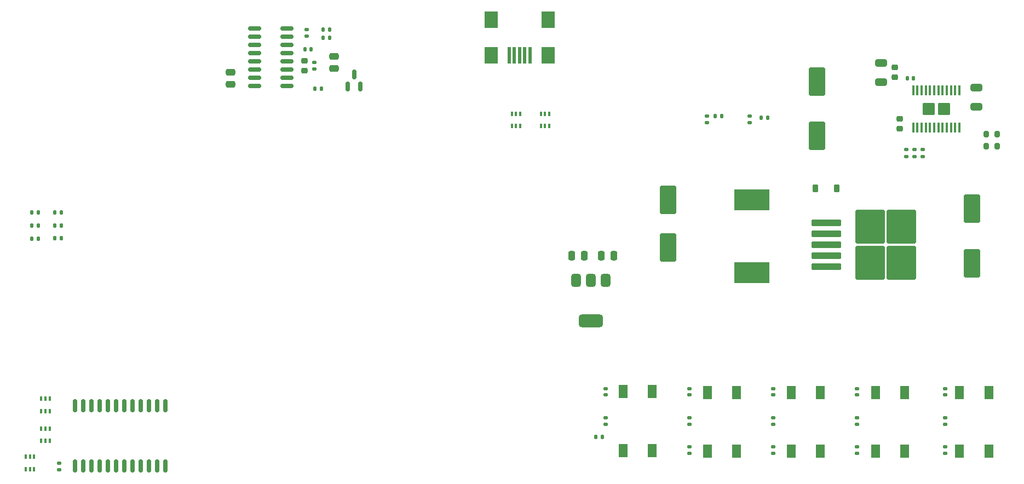
<source format=gbr>
%TF.GenerationSoftware,KiCad,Pcbnew,8.0.3*%
%TF.CreationDate,2024-07-10T22:32:38-04:00*%
%TF.ProjectId,UMTK,554d544b-2e6b-4696-9361-645f70636258,rev?*%
%TF.SameCoordinates,Original*%
%TF.FileFunction,Paste,Top*%
%TF.FilePolarity,Positive*%
%FSLAX46Y46*%
G04 Gerber Fmt 4.6, Leading zero omitted, Abs format (unit mm)*
G04 Created by KiCad (PCBNEW 8.0.3) date 2024-07-10 22:32:38*
%MOMM*%
%LPD*%
G01*
G04 APERTURE LIST*
G04 Aperture macros list*
%AMRoundRect*
0 Rectangle with rounded corners*
0 $1 Rounding radius*
0 $2 $3 $4 $5 $6 $7 $8 $9 X,Y pos of 4 corners*
0 Add a 4 corners polygon primitive as box body*
4,1,4,$2,$3,$4,$5,$6,$7,$8,$9,$2,$3,0*
0 Add four circle primitives for the rounded corners*
1,1,$1+$1,$2,$3*
1,1,$1+$1,$4,$5*
1,1,$1+$1,$6,$7*
1,1,$1+$1,$8,$9*
0 Add four rect primitives between the rounded corners*
20,1,$1+$1,$2,$3,$4,$5,0*
20,1,$1+$1,$4,$5,$6,$7,0*
20,1,$1+$1,$6,$7,$8,$9,0*
20,1,$1+$1,$8,$9,$2,$3,0*%
G04 Aperture macros list end*
%ADD10RoundRect,0.250000X-0.475000X0.250000X-0.475000X-0.250000X0.475000X-0.250000X0.475000X0.250000X0*%
%ADD11RoundRect,0.225000X0.250000X-0.225000X0.250000X0.225000X-0.250000X0.225000X-0.250000X-0.225000X0*%
%ADD12RoundRect,0.135000X0.135000X0.185000X-0.135000X0.185000X-0.135000X-0.185000X0.135000X-0.185000X0*%
%ADD13RoundRect,0.135000X0.185000X-0.135000X0.185000X0.135000X-0.185000X0.135000X-0.185000X-0.135000X0*%
%ADD14RoundRect,0.150000X-0.150000X0.875000X-0.150000X-0.875000X0.150000X-0.875000X0.150000X0.875000X0*%
%ADD15RoundRect,0.140000X0.170000X-0.140000X0.170000X0.140000X-0.170000X0.140000X-0.170000X-0.140000X0*%
%ADD16RoundRect,0.250000X-2.050000X-0.300000X2.050000X-0.300000X2.050000X0.300000X-2.050000X0.300000X0*%
%ADD17RoundRect,0.250000X-2.025000X-2.375000X2.025000X-2.375000X2.025000X2.375000X-2.025000X2.375000X0*%
%ADD18RoundRect,0.135000X-0.185000X0.135000X-0.185000X-0.135000X0.185000X-0.135000X0.185000X0.135000X0*%
%ADD19RoundRect,0.200000X0.200000X0.275000X-0.200000X0.275000X-0.200000X-0.275000X0.200000X-0.275000X0*%
%ADD20RoundRect,0.100000X0.100000X-0.225000X0.100000X0.225000X-0.100000X0.225000X-0.100000X-0.225000X0*%
%ADD21RoundRect,0.135000X-0.135000X-0.185000X0.135000X-0.185000X0.135000X0.185000X-0.135000X0.185000X0*%
%ADD22RoundRect,0.250000X0.650000X-0.325000X0.650000X0.325000X-0.650000X0.325000X-0.650000X-0.325000X0*%
%ADD23RoundRect,0.250000X0.475000X-0.250000X0.475000X0.250000X-0.475000X0.250000X-0.475000X-0.250000X0*%
%ADD24RoundRect,0.100000X-0.100000X0.225000X-0.100000X-0.225000X0.100000X-0.225000X0.100000X0.225000X0*%
%ADD25RoundRect,0.250000X-1.000000X1.950000X-1.000000X-1.950000X1.000000X-1.950000X1.000000X1.950000X0*%
%ADD26RoundRect,0.375000X-0.375000X0.625000X-0.375000X-0.625000X0.375000X-0.625000X0.375000X0.625000X0*%
%ADD27RoundRect,0.500000X-1.400000X0.500000X-1.400000X-0.500000X1.400000X-0.500000X1.400000X0.500000X0*%
%ADD28RoundRect,0.150000X0.850000X0.150000X-0.850000X0.150000X-0.850000X-0.150000X0.850000X-0.150000X0*%
%ADD29RoundRect,0.140000X-0.170000X0.140000X-0.170000X-0.140000X0.170000X-0.140000X0.170000X0.140000X0*%
%ADD30R,1.400000X2.100000*%
%ADD31RoundRect,0.250000X1.000000X-1.950000X1.000000X1.950000X-1.000000X1.950000X-1.000000X-1.950000X0*%
%ADD32RoundRect,0.225000X-0.225000X-0.375000X0.225000X-0.375000X0.225000X0.375000X-0.225000X0.375000X0*%
%ADD33R,0.500000X2.500000*%
%ADD34R,2.000000X2.500000*%
%ADD35RoundRect,0.250000X0.695000X-0.715000X0.695000X0.715000X-0.695000X0.715000X-0.695000X-0.715000X0*%
%ADD36RoundRect,0.100000X0.100000X-0.687500X0.100000X0.687500X-0.100000X0.687500X-0.100000X-0.687500X0*%
%ADD37RoundRect,0.150000X0.150000X-0.587500X0.150000X0.587500X-0.150000X0.587500X-0.150000X-0.587500X0*%
%ADD38RoundRect,0.250000X0.250000X0.475000X-0.250000X0.475000X-0.250000X-0.475000X0.250000X-0.475000X0*%
%ADD39RoundRect,0.140000X0.140000X0.170000X-0.140000X0.170000X-0.140000X-0.170000X0.140000X-0.170000X0*%
%ADD40RoundRect,0.140000X-0.140000X-0.170000X0.140000X-0.170000X0.140000X0.170000X-0.140000X0.170000X0*%
%ADD41R,5.500000X3.250000*%
G04 APERTURE END LIST*
D10*
%TO.C,C13*%
X80010000Y-29100500D03*
X80010000Y-31000500D03*
%TD*%
D11*
%TO.C,C12*%
X167487600Y-40307600D03*
X167487600Y-38757600D03*
%TD*%
D12*
%TO.C,R5*%
X147068000Y-38608000D03*
X146048000Y-38608000D03*
%TD*%
%TO.C,R19*%
X34292000Y-53213000D03*
X33272000Y-53213000D03*
%TD*%
D13*
%TO.C,R12*%
X134960652Y-90510000D03*
X134960652Y-89490000D03*
%TD*%
D14*
%TO.C,U6*%
X53974000Y-83141000D03*
X52704000Y-83141000D03*
X51434000Y-83141000D03*
X50164000Y-83141000D03*
X48894000Y-83141000D03*
X47624000Y-83141000D03*
X46354000Y-83141000D03*
X45084000Y-83141000D03*
X43814000Y-83141000D03*
X42544000Y-83141000D03*
X41274000Y-83141000D03*
X40004000Y-83141000D03*
X40004000Y-92441000D03*
X41274000Y-92441000D03*
X42544000Y-92441000D03*
X43814000Y-92441000D03*
X45084000Y-92441000D03*
X46354000Y-92441000D03*
X47624000Y-92441000D03*
X48894000Y-92441000D03*
X50164000Y-92441000D03*
X51434000Y-92441000D03*
X52704000Y-92441000D03*
X53974000Y-92441000D03*
%TD*%
D13*
%TO.C,R17*%
X174500000Y-86010000D03*
X174500000Y-84990000D03*
%TD*%
D15*
%TO.C,C5*%
X174500000Y-81480000D03*
X174500000Y-80520000D03*
%TD*%
D16*
%TO.C,U10*%
X156150000Y-54829000D03*
X156150000Y-56529000D03*
X156150000Y-58229000D03*
D17*
X162875000Y-55454000D03*
X162875000Y-61004000D03*
X167725000Y-55454000D03*
X167725000Y-61004000D03*
D16*
X156150000Y-59929000D03*
X156150000Y-61629000D03*
%TD*%
D12*
%TO.C,R30*%
X79316000Y-24970500D03*
X78296000Y-24970500D03*
%TD*%
D18*
%TO.C,R21*%
X171069000Y-43557000D03*
X171069000Y-44577000D03*
%TD*%
D13*
%TO.C,R33*%
X37500000Y-93020000D03*
X37500000Y-92000000D03*
%TD*%
D19*
%TO.C,R27*%
X182552667Y-43000000D03*
X180902667Y-43000000D03*
%TD*%
D20*
%TO.C,U11*%
X107514000Y-39873000D03*
X108164000Y-39873000D03*
X108814000Y-39873000D03*
X108814000Y-37973000D03*
X108164000Y-37973000D03*
X107514000Y-37973000D03*
%TD*%
D21*
%TO.C,R23*%
X36826000Y-55245000D03*
X37846000Y-55245000D03*
%TD*%
D22*
%TO.C,C9*%
X164592000Y-33072500D03*
X164592000Y-30122500D03*
%TD*%
D23*
%TO.C,C16*%
X64000000Y-33450000D03*
X64000000Y-31550000D03*
%TD*%
D12*
%TO.C,R20*%
X34292000Y-55245000D03*
X33272000Y-55245000D03*
%TD*%
D24*
%TO.C,U3*%
X36056000Y-82050000D03*
X35406000Y-82050000D03*
X34756000Y-82050000D03*
X34756000Y-83950000D03*
X35406000Y-83950000D03*
X36056000Y-83950000D03*
%TD*%
D13*
%TO.C,R15*%
X160881956Y-86010000D03*
X160881956Y-84990000D03*
%TD*%
%TO.C,R34*%
X169799000Y-44579000D03*
X169799000Y-43559000D03*
%TD*%
%TO.C,R13*%
X147921304Y-86010000D03*
X147921304Y-84990000D03*
%TD*%
D24*
%TO.C,U4*%
X33650000Y-91050000D03*
X33000000Y-91050000D03*
X32350000Y-91050000D03*
X32350000Y-92950000D03*
X33000000Y-92950000D03*
X33650000Y-92950000D03*
%TD*%
D25*
%TO.C,C17*%
X178689000Y-52696000D03*
X178689000Y-61096000D03*
%TD*%
D26*
%TO.C,U13*%
X122061000Y-63754000D03*
X119761000Y-63754000D03*
D27*
X119761000Y-70054000D03*
D26*
X117461000Y-63754000D03*
%TD*%
D12*
%TO.C,R32*%
X78046000Y-34114500D03*
X77026000Y-34114500D03*
%TD*%
D28*
%TO.C,U2*%
X72710000Y-33733500D03*
X72710000Y-32463500D03*
X72710000Y-31193500D03*
X72710000Y-29923500D03*
X72710000Y-28653500D03*
X72710000Y-27383500D03*
X72710000Y-26113500D03*
X72710000Y-24843500D03*
X67710000Y-24843500D03*
X67710000Y-26113500D03*
X67710000Y-27383500D03*
X67710000Y-28653500D03*
X67710000Y-29923500D03*
X67710000Y-31193500D03*
X67710000Y-32463500D03*
X67710000Y-33733500D03*
%TD*%
D21*
%TO.C,R22*%
X36826000Y-53255000D03*
X37846000Y-53255000D03*
%TD*%
D29*
%TO.C,C14*%
X75758000Y-24998500D03*
X75758000Y-25958500D03*
%TD*%
D20*
%TO.C,U12*%
X112014000Y-39878000D03*
X112664000Y-39878000D03*
X113314000Y-39878000D03*
X113314000Y-37978000D03*
X112664000Y-37978000D03*
X112014000Y-37978000D03*
%TD*%
D12*
%TO.C,R1*%
X139956000Y-38354000D03*
X138936000Y-38354000D03*
%TD*%
D13*
%TO.C,R11*%
X134960652Y-86010000D03*
X134960652Y-84990000D03*
%TD*%
%TO.C,R14*%
X147921304Y-90510000D03*
X147921304Y-89490000D03*
%TD*%
D30*
%TO.C,S3*%
X155250000Y-81075000D03*
X155250000Y-90175000D03*
X150750000Y-81075000D03*
X150750000Y-90175000D03*
%TD*%
D12*
%TO.C,R31*%
X79316000Y-26240500D03*
X78296000Y-26240500D03*
%TD*%
D31*
%TO.C,C21*%
X131699000Y-58700000D03*
X131699000Y-51300000D03*
%TD*%
D12*
%TO.C,R10*%
X121510000Y-88000000D03*
X120490000Y-88000000D03*
%TD*%
%TO.C,R35*%
X34292000Y-57277000D03*
X33272000Y-57277000D03*
%TD*%
D32*
%TO.C,D1*%
X154433000Y-49530000D03*
X157733000Y-49530000D03*
%TD*%
D30*
%TO.C,S5*%
X181250000Y-81075000D03*
X181250000Y-90175000D03*
X176750000Y-81075000D03*
X176750000Y-90175000D03*
%TD*%
%TO.C,S4*%
X168250000Y-81075000D03*
X168250000Y-90175000D03*
X163750000Y-81075000D03*
X163750000Y-90175000D03*
%TD*%
D11*
%TO.C,R28*%
X75438000Y-31333500D03*
X75438000Y-29783500D03*
%TD*%
D33*
%TO.C,J8*%
X110300000Y-28959000D03*
X109500000Y-28959000D03*
X108700000Y-28959000D03*
X107900000Y-28959000D03*
X107100000Y-28959000D03*
D34*
X113100000Y-28959000D03*
X113100000Y-23459000D03*
X104300000Y-28959000D03*
X104300000Y-23459000D03*
%TD*%
D35*
%TO.C,U1*%
X171969000Y-37259500D03*
X174309000Y-37259500D03*
D36*
X169564000Y-40122000D03*
X170214000Y-40122000D03*
X170864000Y-40122000D03*
X171514000Y-40122000D03*
X172164000Y-40122000D03*
X172814000Y-40122000D03*
X173464000Y-40122000D03*
X174114000Y-40122000D03*
X174764000Y-40122000D03*
X175414000Y-40122000D03*
X176064000Y-40122000D03*
X176714000Y-40122000D03*
X176714000Y-34397000D03*
X176064000Y-34397000D03*
X175414000Y-34397000D03*
X174764000Y-34397000D03*
X174114000Y-34397000D03*
X173464000Y-34397000D03*
X172814000Y-34397000D03*
X172164000Y-34397000D03*
X171514000Y-34397000D03*
X170864000Y-34397000D03*
X170214000Y-34397000D03*
X169564000Y-34397000D03*
%TD*%
D13*
%TO.C,R9*%
X122000000Y-86010000D03*
X122000000Y-84990000D03*
%TD*%
D15*
%TO.C,C3*%
X147921304Y-81480000D03*
X147921304Y-80520000D03*
%TD*%
D13*
%TO.C,R18*%
X174500000Y-90510000D03*
X174500000Y-89490000D03*
%TD*%
D30*
%TO.C,S2*%
X142250000Y-81075000D03*
X142250000Y-90175000D03*
X137750000Y-81075000D03*
X137750000Y-90175000D03*
%TD*%
D37*
%TO.C,Q1*%
X82174000Y-33782000D03*
X84074000Y-33782000D03*
X83124000Y-31907000D03*
%TD*%
D38*
%TO.C,C19*%
X123251000Y-59919000D03*
X121351000Y-59919000D03*
%TD*%
D13*
%TO.C,R16*%
X160881956Y-90510000D03*
X160881956Y-89490000D03*
%TD*%
D21*
%TO.C,R24*%
X36826000Y-57235000D03*
X37846000Y-57235000D03*
%TD*%
D13*
%TO.C,R25*%
X168529000Y-44579000D03*
X168529000Y-43559000D03*
%TD*%
D11*
%TO.C,C8*%
X166735667Y-32372500D03*
X166735667Y-30822500D03*
%TD*%
D18*
%TO.C,R8*%
X144272000Y-38352000D03*
X144272000Y-39372000D03*
%TD*%
D39*
%TO.C,C7*%
X169593200Y-32496800D03*
X168633200Y-32496800D03*
%TD*%
D15*
%TO.C,C2*%
X134960652Y-81480000D03*
X134960652Y-80520000D03*
%TD*%
D19*
%TO.C,R26*%
X182552667Y-41148000D03*
X180902667Y-41148000D03*
%TD*%
D13*
%TO.C,R29*%
X76962000Y-31068500D03*
X76962000Y-30048500D03*
%TD*%
D25*
%TO.C,C11*%
X154744000Y-32985500D03*
X154744000Y-41385500D03*
%TD*%
D30*
%TO.C,S1*%
X129250000Y-80950000D03*
X129250000Y-90050000D03*
X124750000Y-80950000D03*
X124750000Y-90050000D03*
%TD*%
D40*
%TO.C,C15*%
X75532000Y-28018500D03*
X76492000Y-28018500D03*
%TD*%
D15*
%TO.C,C1*%
X122000000Y-81480000D03*
X122000000Y-80520000D03*
%TD*%
D22*
%TO.C,C10*%
X179324000Y-36918200D03*
X179324000Y-33968200D03*
%TD*%
D41*
%TO.C,L1*%
X144645000Y-51335000D03*
X144645000Y-62585000D03*
%TD*%
D15*
%TO.C,C4*%
X160881956Y-81480000D03*
X160881956Y-80520000D03*
%TD*%
D24*
%TO.C,U5*%
X36056000Y-86675000D03*
X35406000Y-86675000D03*
X34756000Y-86675000D03*
X34756000Y-88575000D03*
X35406000Y-88575000D03*
X36056000Y-88575000D03*
%TD*%
D18*
%TO.C,R4*%
X137668000Y-38350000D03*
X137668000Y-39370000D03*
%TD*%
D38*
%TO.C,C18*%
X118679000Y-59919000D03*
X116779000Y-59919000D03*
%TD*%
M02*

</source>
